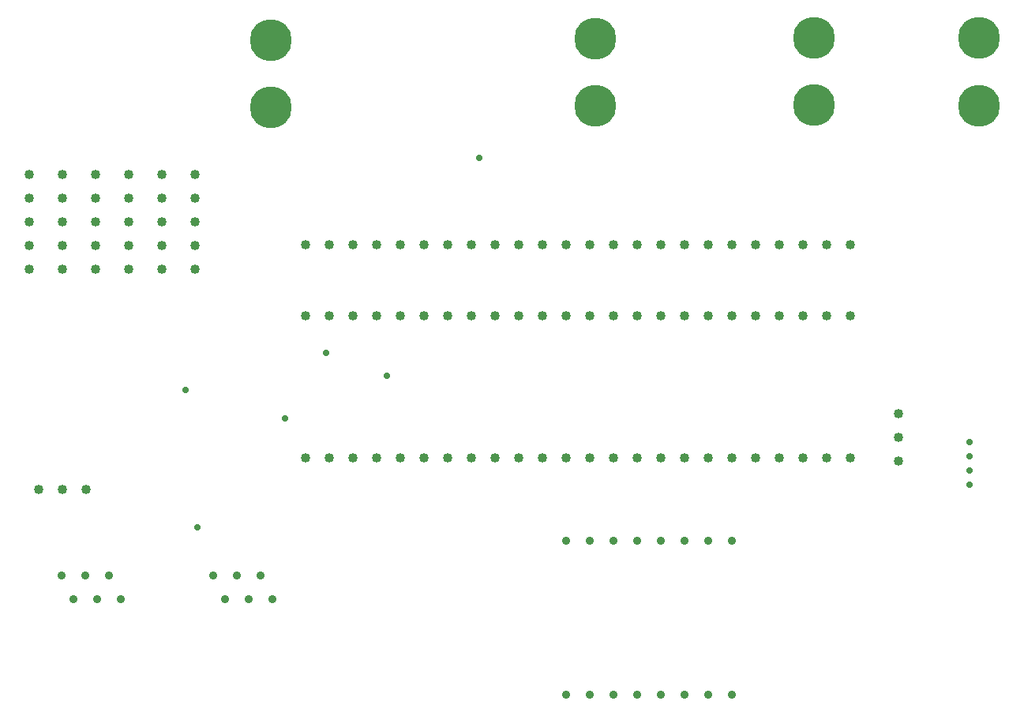
<source format=gbr>
%TF.GenerationSoftware,Altium Limited,Altium Designer,19.1.8 (144)*%
G04 Layer_Color=0*
%FSLAX26Y26*%
%MOIN*%
%TF.FileFunction,Plated,1,2,PTH,Drill*%
%TF.Part,Single*%
G01*
G75*
%TA.AperFunction,ComponentDrill*%
%ADD63C,0.040000*%
%ADD64C,0.035433*%
%ADD65C,0.040157*%
%ADD66C,0.177165*%
%ADD67C,0.035039*%
%ADD68C,0.040157*%
%TA.AperFunction,ViaDrill,NotFilled*%
%ADD69C,0.028000*%
D63*
X1458583Y1271417D02*
D03*
X1558583D02*
D03*
X1658583D02*
D03*
X1758583D02*
D03*
X1858583D02*
D03*
X1958583D02*
D03*
X2058583D02*
D03*
X2158583D02*
D03*
X2258583D02*
D03*
X2358583D02*
D03*
X2458583D02*
D03*
X2558583D02*
D03*
X2658583D02*
D03*
X2758583D02*
D03*
Y1871417D02*
D03*
X2658583D02*
D03*
X2558583D02*
D03*
X2458583D02*
D03*
X2358583D02*
D03*
X2258583D02*
D03*
X2158583D02*
D03*
X2058583D02*
D03*
X1958583D02*
D03*
X1858583D02*
D03*
X1758583D02*
D03*
X2958583Y1271417D02*
D03*
X3058583D02*
D03*
X3158583D02*
D03*
X3258583D02*
D03*
X3358583D02*
D03*
X3458583D02*
D03*
X3558583D02*
D03*
X3658583D02*
D03*
X3758583D02*
D03*
Y1871417D02*
D03*
X3658583D02*
D03*
X3558583D02*
D03*
X3458583D02*
D03*
X3358583D02*
D03*
X3258583D02*
D03*
X3158583D02*
D03*
X2858583Y1271417D02*
D03*
X1658583Y1871417D02*
D03*
X1558583D02*
D03*
X1458583D02*
D03*
X2858583D02*
D03*
X2958583D02*
D03*
X3058583D02*
D03*
D64*
X2658583Y271417D02*
D03*
X2558583D02*
D03*
X2658583Y921417D02*
D03*
X2558583D02*
D03*
X2858583Y271417D02*
D03*
X2758583D02*
D03*
X2858583Y921417D02*
D03*
X2758583D02*
D03*
X3058583Y271417D02*
D03*
X2958583D02*
D03*
X3058583Y921417D02*
D03*
X2958583D02*
D03*
X3158583D02*
D03*
X3258583D02*
D03*
X3158583Y271417D02*
D03*
X3258583D02*
D03*
D65*
X3960000Y1460000D02*
D03*
Y1360000D02*
D03*
Y1260000D02*
D03*
X290000Y2470000D02*
D03*
Y2170000D02*
D03*
Y2070000D02*
D03*
Y2270000D02*
D03*
Y2370000D02*
D03*
X430000Y2470000D02*
D03*
Y2170000D02*
D03*
Y2070000D02*
D03*
Y2270000D02*
D03*
Y2370000D02*
D03*
X570000Y2470000D02*
D03*
Y2170000D02*
D03*
Y2070000D02*
D03*
Y2270000D02*
D03*
Y2370000D02*
D03*
X710000Y2470000D02*
D03*
Y2170000D02*
D03*
Y2070000D02*
D03*
Y2270000D02*
D03*
Y2370000D02*
D03*
X850000Y2470000D02*
D03*
Y2170000D02*
D03*
Y2070000D02*
D03*
Y2270000D02*
D03*
Y2370000D02*
D03*
X990000Y2470000D02*
D03*
Y2170000D02*
D03*
Y2070000D02*
D03*
Y2270000D02*
D03*
Y2370000D02*
D03*
D66*
X4300000Y3043465D02*
D03*
Y2760000D02*
D03*
X3603583Y3044882D02*
D03*
Y2761417D02*
D03*
X1308780Y3036417D02*
D03*
Y2752953D02*
D03*
X2678780Y3041417D02*
D03*
Y2757953D02*
D03*
D67*
X678583Y676417D02*
D03*
X578583D02*
D03*
X478583D02*
D03*
X628583Y776417D02*
D03*
X528583D02*
D03*
X428583D02*
D03*
X1318583Y676417D02*
D03*
X1218583D02*
D03*
X1118583D02*
D03*
X1268583Y776417D02*
D03*
X1168583D02*
D03*
X1068583D02*
D03*
D68*
X1558583Y2171417D02*
D03*
X1658583D02*
D03*
X1758583D02*
D03*
X1858583D02*
D03*
X2258583D02*
D03*
X2158583D02*
D03*
X2058583D02*
D03*
X1958583D02*
D03*
X2658583D02*
D03*
X2558583D02*
D03*
X2458583D02*
D03*
X2358583D02*
D03*
X3058583D02*
D03*
X2958583D02*
D03*
X2858583D02*
D03*
X2758583D02*
D03*
X3458583D02*
D03*
X3558583D02*
D03*
X3658583D02*
D03*
X3758583D02*
D03*
X3158583D02*
D03*
X3258583D02*
D03*
X3358583D02*
D03*
X1458583D02*
D03*
X330000Y1140000D02*
D03*
X430000D02*
D03*
X530000D02*
D03*
D69*
X4260000Y1160000D02*
D03*
Y1220000D02*
D03*
Y1280000D02*
D03*
Y1340000D02*
D03*
X1370000Y1440000D02*
D03*
X950000Y1560000D02*
D03*
X1800000Y1620000D02*
D03*
X1000000Y980000D02*
D03*
X1545000Y1715000D02*
D03*
X2190000Y2540000D02*
D03*
%TF.MD5,00ca5d528a54c36f8c0c3b6ee2d7d39c*%
M02*

</source>
